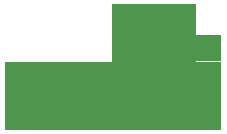
<source format=gko>
G04 Layer_Color=16711935*
%FSLAX25Y25*%
%MOIN*%
G70*
G01*
G75*
%ADD16R,0.72000X0.23000*%
%ADD17R,0.28000X0.19500*%
%ADD18R,0.09000X0.09000*%
D16*
X72000Y38500D02*
D03*
D17*
X85500Y59750D02*
D03*
D18*
X103500Y54500D02*
D03*
M02*

</source>
